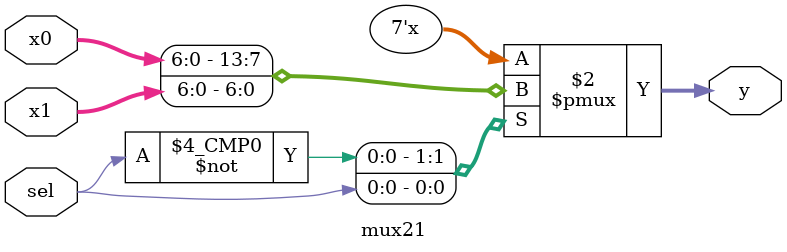
<source format=v>
`timescale 1ns / 1ps


module dataUnit (
    input        clk,
    input        reset,
    input        mode_sel,
    input        set_en,
    input        change_en,
    input        min_data_en,
    input        hour_data_en,
    input        run_stop_en,
    input        clear,
    output [6:0] fndFront,
    output [6:0] fndBack
);

  // front:back 시계-> 시:분 <-> 초:ms/ StopWatch -> 분:초
  wire [6:0] w_timer_ms_min, w_timer_sec_hour;
  wire [6:0] w_stopwatch_sec, w_stopwatch_min;

  mux21 U_FNDFront (
      .sel(mode_sel),
      .x0 (w_timer_ms_min),
      .x1 (w_stopwatch_sec),
      .y  (fndFront)
  );
  mux21 U_FNDBack (
      .sel(mode_sel),
      .x0 (w_timer_sec_hour),
      .x1 (w_stopwatch_min),
      .y  (fndBack)
  );

  stop_watch U_stopWatch (
      .clk(clk),
      .reset(reset),
      .run_stop_en(run_stop_en),
      .clear(clear),
      .sec(w_stopwatch_sec),
      .min(w_stopwatch_min)
  );

  Timer U_Timer (
      .clk(clk),
      .reset(reset),
      .set_en(set_en),
      .change_en(change_en),
      .min_data_en(min_data_en),
      .hour_data_en(hour_data_en),
      .ms_min(w_timer_ms_min),
      .sec_hour(w_timer_sec_hour)
  );

endmodule

module mux21 (
    input sel,
    input [6:0] x0,
    input [6:0] x1,
    output reg [6:0] y
);

  always @(*) begin  //* :always 문안에 있는 모든 변수에 대해
    case (sel)
      1'b0: y = x0;
      1'b1: y = x1;
      default: y = x0;
    endcase
  end
endmodule

</source>
